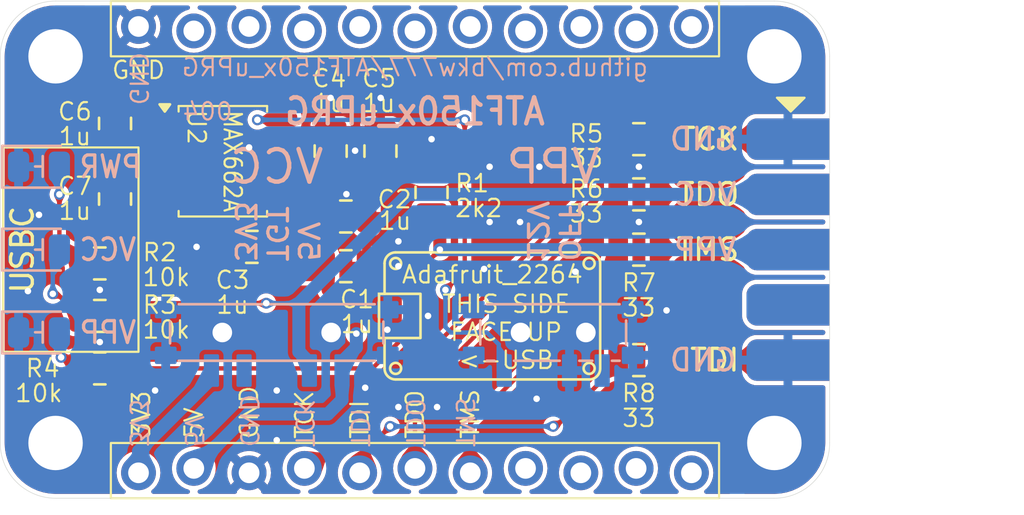
<source format=kicad_pcb>
(kicad_pcb (version 20240108) (generator "pcbnew") (generator_version "8.0")
  (title_block (title "ATF150x_uPRG") (date "2024-07-04") (rev "004") (company "Brian K. White") (comment 1 "CC-BY-SA") (comment 2 "github.com/bkw777/ATF150x_uPRG"))
  (layers (0 "F.Cu" signal) (31 "B.Cu" signal) (34 "B.Paste" user) (35 "F.Paste" user) (36 "B.SilkS" user "B.Silkscreen") (37 "F.SilkS" user "F.Silkscreen") (38 "B.Mask" user) (39 "F.Mask" user) (44 "Edge.Cuts" user))
  (net 0 "")
  (net 1 "Net-(C7-Pad1)")
  (net 2 "Net-(C7-Pad2)")
  (net 5 "+5V")
  (net 6 "GND")
  (net 18 "+12V")
  (net 20 "+3V3")
  (net 21 "Net-(SW2-A)")
  (net 22 "Net-(LED1-A)")
  (net 23 "Net-(LED2-A)")
  (net 24 "Net-(LED3-A)")
  (net 25 "VCC")
  (net 26 "Net-(C6-Pad2)")
  (net 27 "Net-(C6-Pad1)")
  (net 28 "VPP")
  (net 33 "/TDI")
  (net 34 "/TDO")
  (net 35 "/TCK")
  (net 36 "/TMS")
  (net 37 "Net-(J2-TMS)")
  (net 38 "Net-(J2-TCK)")
  (net 39 "Net-(J2-TDO)")
  (net 40 "Net-(J2-TDI)")
  (footprint "000_LOCAL:R_0805" (layer "F.Cu") (at 131.572 95.885)
    (property "Reference" "R2" (at 1.905 -0.508 0) (layer "F.SilkS") (effects (font (size 0.8 0.8) (thickness 0.1)) (justify left)))
    (property "Value" "10k" (at 1.905 0.635 0) (layer "F.SilkS") (effects (font (size 0.8 0.8) (thickness 0.1)) (justify left)))
    (fp_line (start -0.261252 -0.735) (end 0.261252 -0.735) (stroke (width 0.12)) (layer "F.SilkS"))
    (fp_line (start -0.261252 0.735) (end 0.261252 0.735) (stroke (width 0.12)) (layer "F.SilkS"))
    (pad "1" smd roundrect (at -0.95 0) (size 0.9 1.45) (layers "F.Cu" "F.Paste" "F.Mask") (net 22 "Net-(LED1-A)"))
    (pad "2" smd roundrect (at 0.95 0) (size 0.9 1.45) (layers "F.Cu" "F.Paste" "F.Mask") (net 5 "+5V"))
  )
  (footprint "000_LOCAL:C_0805" (layer "F.Cu") (at 142.875 96.012)
    (property "Reference" "C1" (at 0.508 1.524 0) (layer "F.SilkS") (effects (font (size 0.8 0.8) (thickness 0.1))))
    (property "Value" "1u" (at 0.508 2.667 0) (layer "F.SilkS") (effects (font (size 0.8 0.8) (thickness 0.1))))
    (fp_line (start -0.261253 -0.735) (end 0.261253 -0.735) (stroke (width 0.12)) (layer "F.SilkS"))
    (fp_line (start -0.261253 0.735) (end 0.261253 0.735) (stroke (width 0.12)) (layer "F.SilkS"))
    (pad "1" smd roundrect (at -0.949999 0) (size 0.9 1.45) (layers "F.Cu" "F.Paste" "F.Mask") (net 5 "+5V"))
    (pad "2" smd roundrect (at 0.949999 0) (size 0.9 1.45) (layers "F.Cu" "F.Paste" "F.Mask") (net 6 "GND"))
  )
  (footprint "000_LOCAL:Fiducial_0.5_1.0" (layer "F.Cu") (at 160.85 84.6)
    (property "Reference" "REF**" (hide yes))
    (property "Value" "Fiducial_0.5_1.0" (hide yes))
    (pad "" smd circle (at 0 0) (size 0.5 0.5) (layers "F.Cu" "F.Mask") (clearance 0.25))
  )
  (footprint "000_LOCAL:SOIC-8" (layer "F.Cu") (at 137.225 91.186)
    (property "Reference" "U2" (at -1.208 -2.427 -90) (layer "F.SilkS") (effects (font (size 0.8 0.8) (thickness 0.1)) (justify left)))
    (property "Value" "MAX662A" (at 0.443 0 -90) (layer "F.SilkS") (effects (font (size 0.8 0.7) (thickness 0.1))))
    (fp_line (start -2.032 -2.54) (end 2.032 -2.54) (stroke (width 0.1)) (layer "F.SilkS"))
    (fp_line (start -2.032 -2.286) (end -2.032 -2.54) (stroke (width 0.1)) (layer "F.SilkS"))
    (fp_line (start -2.032 2.54) (end -2.032 2.286) (stroke (width 0.1)) (layer "F.SilkS"))
    (fp_line (start 2.032 -2.54) (end 2.032 -2.286) (stroke (width 0.1)) (layer "F.SilkS"))
    (fp_line (start 2.032 2.286) (end 2.032 2.54) (stroke (width 0.1)) (layer "F.SilkS"))
    (fp_line (start 2.032 2.54) (end -2.032 2.54) (stroke (width 0.1)) (layer "F.SilkS"))
    (fp_poly (pts (xy -2.667 -2.286) (xy -2.907 -2.616) (xy -2.427 -2.616) (xy -2.667 -2.286)) (stroke (width 0.12)) (fill solid) (layer "F.SilkS"))
    (pad "1" smd roundrect (at -2.667 -1.905) (size 1.5 0.6) (layers "F.Cu" "F.Paste" "F.Mask") (net 27 "Net-(C6-Pad1)"))
    (pad "2" smd roundrect (at -2.667 -0.635) (size 1.5 0.6) (layers "F.Cu" "F.Paste" "F.Mask") (net 26 "Net-(C6-Pad2)"))
    (pad "3" smd roundrect (at -2.667 0.635) (size 1.5 0.6) (layers "F.Cu" "F.Paste" "F.Mask") (net 1 "Net-(C7-Pad1)"))
    (pad "4" smd roundrect (at -2.667 1.905) (size 1.5 0.6) (layers "F.Cu" "F.Paste" "F.Mask") (net 2 "Net-(C7-Pad2)"))
    (pad "5" smd roundrect (at 2.667 1.905) (size 1.5 0.6) (layers "F.Cu" "F.Paste" "F.Mask") (net 5 "+5V"))
    (pad "6" smd roundrect (at 2.667 0.635) (size 1.5 0.6) (layers "F.Cu" "F.Paste" "F.Mask") (net 18 "+12V"))
    (pad "7" smd roundrect (at 2.667 -0.635) (size 1.5 0.6) (layers "F.Cu" "F.Paste" "F.Mask") (net 6 "GND"))
    (pad "8" smd roundrect (at 2.667 -1.905) (size 1.5 0.6) (layers "F.Cu" "F.Paste" "F.Mask") (net 21 "Net-(SW2-A)"))
  )
  (footprint "000_LOCAL:Fiducial_0.5_1.0" (layer "F.Cu") (at 131.25 84.6)
    (property "Reference" "REF**" (hide yes))
    (property "Value" "Fiducial_0.5_1.0" (hide yes))
    (pad "" smd circle (at 0 0) (size 0.5 0.5) (layers "F.Cu" "F.Mask") (clearance 0.25))
  )
  (footprint "000_LOCAL:C_0805" (layer "F.Cu") (at 142.177998 90.7186 90)
    (property "Reference" "C4" (at 3.3426 -0.064998 0) (layer "F.SilkS") (effects (font (size 0.8 0.8) (thickness 0.1))))
    (property "Value" "1u" (at 2.1996 -0.064998 0) (layer "F.SilkS") (effects (font (size 0.8 0.8) (thickness 0.1))))
    (fp_line (start -0.261253 -0.735) (end 0.261253 -0.735) (stroke (width 0.12)) (layer "F.SilkS"))
    (fp_line (start -0.261253 0.735) (end 0.261253 0.735) (stroke (width 0.12)) (layer "F.SilkS"))
    (pad "1" smd roundrect (at -0.949999 0 90) (size 0.9 1.45) (layers "F.Cu" "F.Paste" "F.Mask") (net 18 "+12V"))
    (pad "2" smd roundrect (at 0.949999 0 90) (size 0.9 1.45) (layers "F.Cu" "F.Paste" "F.Mask") (net 6 "GND"))
  )
  (footprint "000_LOCAL:IDC-Header_2x05_P2.54mm pcb-edge" (layer "F.Cu") (at 165.09 95.25)
    (property "Reference" "J2" (hide yes))
    (property "Value" "Altera JTAG-A+VPP")
    (fp_poly (pts (xy -1.778 -6.35) (xy -2.413 -6.985) (xy -1.143 -6.985)) (stroke (width 0.1)) (fill solid) (layer "F.SilkS"))
    (pad "1" connect roundrect (at -1.905 -5.08) (size 3.81 1.905) (layers "F.Cu" "F.Mask") (chamfer_ratio 0) (chamfer top_right bottom_right) (net 38 "Net-(J2-TCK)"))
    (pad "2" connect roundrect (at -1.905 -5.08) (size 3.81 1.905) (layers "B.Cu" "B.Mask") (chamfer_ratio 0) (chamfer top_right bottom_right) (net 6 "GND"))
    (pad "3" connect roundrect (at -1.905 -2.54) (size 3.81 1.905) (layers "F.Cu" "F.Mask") (chamfer_ratio 0) (chamfer top_right bottom_right) (net 39 "Net-(J2-TDO)"))
    (pad "4" connect roundrect (at -1.905 -2.54) (size 3.81 1.905) (layers "B.Cu" "B.Mask") (chamfer_ratio 0) (chamfer top_right bottom_right) (net 25 "VCC"))
    (pad "5" connect roundrect (at -1.905 0) (size 3.81 1.905) (layers "F.Cu" "F.Mask") (chamfer_ratio 0) (chamfer top_right bottom_right) (net 37 "Net-(J2-TMS)"))
    (pad "6" connect roundrect (at -1.905 0) (size 3.81 1.905) (layers "B.Cu" "B.Mask") (chamfer_ratio 0) (chamfer top_right bottom_right) (net 28 "VPP"))
    (pad "7" connect roundrect (at -1.905 2.54) (size 3.81 1.905) (layers "F.Cu" "F.Mask") (chamfer_ratio 0) (chamfer top_right bottom_right))
    (pad "8" connect roundrect (at -1.905 2.54) (size 3.81 1.905) (layers "B.Cu" "B.Mask") (chamfer_ratio 0) (chamfer top_right bottom_right))
    (pad "9" connect roundrect (at -1.905 5.08) (size 3.81 1.905) (layers "F.Cu" "F.Mask") (chamfer_ratio 0) (chamfer top_right bottom_right) (net 40 "Net-(J2-TDI)"))
    (pad "10" connect roundrect (at -1.905 5.08) (size 3.81 1.905) (layers "B.Cu" "B.Mask") (chamfer_ratio 0) (chamfer top_right bottom_right) (net 6 "GND"))
  )
  (footprint "000_LOCAL:R_0805" (layer "F.Cu") (at 146.812 92.618597 90)
    (property "Reference" "R1" (at 0.416597 1.016 0) (layer "F.SilkS") (effects (font (size 0.8 0.8) (thickness 0.1)) (justify left)))
    (property "Value" "2k2" (at -0.726403 1.016 0) (layer "F.SilkS") (effects (font (size 0.8 0.8) (thickness 0.1)) (justify left)))
    (fp_line (start -0.261253 -0.735) (end 0.261253 -0.735) (stroke (width 0.12)) (layer "F.SilkS"))
    (fp_line (start -0.261253 0.735) (end 0.261253 0.735) (stroke (width 0.12)) (layer "F.SilkS"))
    (pad "1" smd roundrect (at -0.949999 0 90) (size 0.9 1.45) (layers "F.Cu" "F.Paste" "F.Mask") (net 28 "VPP"))
    (pad "2" smd roundrect (at 0.949999 0 90) (size 0.9 1.45) (layers "F.Cu" "F.Paste" "F.Mask") (net 18 "+12V"))
  )
  (footprint "000_LOCAL:R_0805" (layer "F.Cu") (at 156.337 90.17 180)
    (property "Reference" "R5" (at 2.413 0.254 0) (layer "F.SilkS") (effects (font (size 0.8 0.8) (thickness 0.1))))
    (property "Value" "33" (at 2.413 -0.889 0) (layer "F.SilkS") (effects (font (size 0.8 0.8) (thickness 0.1))))
    (fp_line (start -0.261253 0.735) (end 0.261253 0.735) (stroke (width 0.12)) (layer "F.SilkS"))
    (fp_line (start -0.261253 -0.735) (end 0.261253 -0.735) (stroke (width 0.12)) (layer "F.SilkS"))
    (pad "1" smd roundrect (at -0.949999 0 180) (size 0.9 1.45) (layers "F.Cu" "F.Paste" "F.Mask") (net 38 "Net-(J2-TCK)"))
    (pad "2" smd roundrect (at 0.949999 0 180) (size 0.9 1.45) (layers "F.Cu" "F.Paste" "F.Mask") (net 35 "/TCK"))
  )
  (footprint "000_LOCAL:Adafruit_2264" (layer "F.Cu") (at 146.05 95.251)
    (property "Reference" "J1" (hide yes))
    (property "Value" "Adafruit_2264" (at 3.556 1.143 0) (layer "F.SilkS") (effects (font (size 0.8 0.8) (thickness 0.1))))
    (fp_rect (start -13.97 -11.43) (end 13.97 -8.89) (stroke (width 0.1)) (fill none) (layer "F.SilkS"))
    (fp_rect (start -13.97 8.89) (end 13.97 11.43) (stroke (width 0.1)) (fill none) (layer "F.SilkS"))
    (fp_line (start -19.05 -8.89) (end -19.05 8.89) (stroke (width 0.0254)) (layer "Edge.Cuts"))
    (fp_line (start -16.51 11.43) (end 16.51 11.43) (stroke (width 0.0254)) (layer "Edge.Cuts"))
    (fp_line (start 16.51 -11.43) (end -16.51 -11.43) (stroke (width 0.0254)) (layer "Edge.Cuts"))
    (fp_line (start 19.05 8.89) (end 19.05 -8.89) (stroke (width 0.0254)) (layer "Edge.Cuts"))
    (fp_arc (start -19.05 -8.89) (mid -18.306051 -10.686051) (end -16.51 -11.43) (stroke (width 0.0254)) (layer "Edge.Cuts"))
    (fp_arc (start -16.51 11.43) (mid -18.306051 10.686051) (end -19.05 8.89) (stroke (width 0.0254)) (layer "Edge.Cuts"))
    (fp_arc (start 16.51 -11.43) (mid 18.306051 -10.686051) (end 19.05 -8.89) (stroke (width 0.0254)) (layer "Edge.Cuts"))
    (fp_arc (start 19.05 8.89) (mid 18.306051 10.686051) (end 16.51 11.43) (stroke (width 0.0254)) (layer "Edge.Cuts"))
    (pad "1" thru_hole circle (at -12.7 10.2616) (size 1.6 1.6) (drill 0.95) (layers "*.Cu" "*.Mask") (net 20 "+3V3"))
    (pad "2" thru_hole circle (at -10.16 10.0584) (size 1.6 1.6) (drill 0.95) (layers "*.Cu" "*.Mask") (net 5 "+5V"))
    (pad "3" thru_hole circle (at -7.62 10.2616) (size 1.6 1.6) (drill 0.95) (layers "*.Cu" "*.Mask") (net 6 "GND"))
    (pad "4" thru_hole circle (at -5.08 10.0584) (size 1.6 1.6) (drill 0.95) (layers "*.Cu" "*.Mask") (net 35 "/TCK"))
    (pad "5" thru_hole circle (at -2.54 10.2616) (size 1.6 1.6) (drill 0.95) (layers "*.Cu" "*.Mask") (net 33 "/TDI"))
    (pad "6" thru_hole circle (at 0 10.0584) (size 1.6 1.6) (drill 0.95) (layers "*.Cu" "*.Mask") (net 34 "/TDO"))
    (pad "7" thru_hole circle (at 2.54 10.2616) (size 1.6 1.6) (drill 0.95) (layers "*.Cu" "*.Mask") (net 36 "/TMS"))
    (pad "8" thru_hole circle (at 5.08 10.0584) (size 1.6 1.6) (drill 0.95) (layers "*.Cu" "*.Mask"))
    (pad "9" thru_hole circle (at 7.62 10.2616) (size 1.6 1.6) (drill 0.95) (layers "*.Cu" "*.Mask"))
    (pad "10" thru_hole circle (at 10.16 10.0584) (size 1.6 1.6) (drill 0.95) (layers "*.Cu" "*.Mask"))
    (pad "11" thru_hole circle (at 12.7 10.2616) (size 1.6 1.6) (drill 0.95) (layers "*.Cu" "*.Mask"))
    (pad "12" thru_hole circle (at 12.7 -10.2616) (size 1.6 1.6) (drill 0.95) (layers "*.Cu" "*.Mask"))
    (pad "13" thru_hole circle (at 10.16 -10.0584) (size 1.6 1.6) (drill 0.95) (layers "*.Cu" "*.Mask"))
    (pad "14" thru_hole circle (at 7.62 -10.2616) (size 1.6 1.6) (drill 0.95) (layers "*.Cu" "*.Mask"))
    (pad "15" thru_hole circle (at 5.08 -10.0584) (size 1.6 1.6) (drill 0.95) (layers "*.Cu" "*.Mask"))
    (pad "16" thru_hole circle (at 2.54 -10.2616) (size 1.6 1.6) (drill 0.95) (layers "*.Cu" "*.Mask"))
    (pad "17" thru_hole circle (at 0 -10.0584) (size 1.6 1.6) (drill 0.95) (layers "*.Cu" "*.Mask"))
    (pad "18" thru_hole circle (at -2.54 -10.2616) (size 1.6 1.6) (drill 0.95) (layers "*.Cu" "*.Mask"))
    (pad "19" thru_hole circle (at -5.08 -10.0584) (size 1.6 1.6) (drill 0.95) (layers "*.Cu" "*.Mask"))
    (pad "20" thru_hole circle (at -7.62 -10.2616) (size 1.6 1.6) (drill 0.95) (layers "*.Cu" "*.Mask"))
    (pad "21" thru_hole circle (at -10.16 -10.0584) (size 1.6 1.6) (drill 0.95) (layers "*.Cu" "*.Mask"))
    (pad "22" thru_hole circle (at -12.7 -10.2616) (size 1.6 1.6) (drill 0.95) (layers "*.Cu" "*.Mask") (net 6 "GND"))
    (pad "M" thru_hole circle (at -16.51 -8.89) (size 3.2 3.2) (drill 2.5) (layers "*.Cu" "*.Mask") (net 6 "GND"))
    (pad "M" thru_hole circle (at -16.51 8.89) (size 3.2 3.2) (drill 2.5) (layers "*.Cu" "*.Mask") (net 6 "GND"))
    (pad "M" thru_hole circle (at 16.51 -8.89) (size 3.2 3.2) (drill 2.5) (layers "*.Cu" "*.Mask") (net 6 "GND"))
    (pad "M" thru_hole circle (at 16.51 8.89) (size 3.2 3.2) (drill 2.5) (layers "*.Cu" "*.Mask") (net 6 "GND"))
  )
  (footprint "000_LOCAL:R_0805" (layer "F.Cu") (at 131.572 100.711)
    (property "Reference" "R4" (at -1.778 0 0) (layer "F.SilkS") (effects (font (size 0.8 0.8) (thickness 0.1)) (justify right)))
    (property "Value" "10k" (at -1.651 1.143 0) (layer "F.SilkS") (effects (font (size 0.8 0.8) (thickness 0.1)) (justify right)))
    (fp_line (start -0.261253 -0.735) (end 0.261253 -0.735) (stroke (width 0.12)) (layer "F.SilkS"))
    (fp_line (start -0.261253 0.735) (end 0.261253 0.735) (stroke (width 0.12)) (layer "F.SilkS"))
    (pad "1" smd roundrect (at -0.949999 0) (size 0.9 1.45) (layers "F.Cu" "F.Paste" "F.Mask") (net 24 "Net-(LED3-A)"))
    (pad "2" smd roundrect (at 0.949999 0) (size 0.9 1.45) (layers "F.Cu" "F.Paste" "F.Mask") (net 28 "VPP"))
  )
  (footprint "000_LOCAL:C_0805" (layer "F.Cu") (at 132.271997 89.448602 -90)
    (property "Reference" "C6" (at -0.548602 1.842997 0) (layer "F.SilkS") (effects (font (size 0.8 0.8) (thickness 0.1))))
    (property "Value" "1u" (at 0.594398 1.842997 0) (layer "F.SilkS") (effects (font (size 0.8 0.8) (thickness 0.1))))
    (fp_line (start -0.261253 0.735) (end 0.261253 0.735) (stroke (width 0.12)) (layer "F.SilkS"))
    (fp_line (start -0.261253 -0.735) (end 0.261253 -0.735) (stroke (width 0.12)) (layer "F.SilkS"))
    (pad "1" smd roundrect (at -0.949999 0 270) (size 0.9 1.45) (layers "F.Cu" "F.Paste" "F.Mask") (net 27 "Net-(C6-Pad1)"))
    (pad "2" smd roundrect (at 0.949999 0 270) (size 0.9 1.45) (layers "F.Cu" "F.Paste" "F.Mask") (net 26 "Net-(C6-Pad2)"))
  )
  (footprint "000_LOCAL:C_0805" (layer "F.Cu") (at 132.271997 92.923401 -90)
    (property "Reference" "C7" (at -0.594401 1.842997 0) (layer "F.SilkS") (effects (font (size 0.8 0.8) (thickness 0.1))))
    (property "Value" "1u" (at 0.548599 1.842997 0) (layer "F.SilkS") (effects (font (size 0.8 0.8) (thickness 0.1))))
    (fp_line (start -0.261253 0.735) (end 0.261253 0.735) (stroke (width 0.12)) (layer "F.SilkS"))
    (fp_line (start -0.261253 -0.735) (end 0.261253 -0.735) (stroke (width 0.12)) (layer "F.SilkS"))
    (pad "1" smd roundrect (at -0.949999 0 270) (size 0.9 1.45) (layers "F.Cu" "F.Paste" "F.Mask") (net 1 "Net-(C7-Pad1)"))
    (pad "2" smd roundrect (at 0.949999 0 270) (size 0.9 1.45) (layers "F.Cu" "F.Paste" "F.Mask") (net 2 "Net-(C7-Pad2)"))
  )
  (footprint "000_LOCAL:R_0805" (layer "F.Cu") (at 156.337 92.71 180)
    (property "Reference" "R6" (at 2.413 0.254 0) (layer "F.SilkS") (effects (font (size 0.8 0.8) (thickness 0.1))))
    (property "Value" "33" (at 2.413 -0.889 0) (layer "F.SilkS") (effects (font (size 0.8 0.8) (thickness 0.1))))
    (fp_line (start -0.261253 0.735) (end 0.261253 0.735) (stroke (width 0.12)) (layer "F.SilkS"))
    (fp_line (start -0.261253 -0.735) (end 0.261253 -0.735) (stroke (width 0.12)) (layer "F.SilkS"))
    (pad "1" smd roundrect (at -0.949999 0 180) (size 0.9 1.45) (layers "F.Cu" "F.Paste" "F.Mask") (net 39 "Net-(J2-TDO)"))
    (pad "2" smd roundrect (at 0.949999 0 180) (size 0.9 1.45) (layers "F.Cu" "F.Paste" "F.Mask") (net 34 "/TDO"))
  )
  (footprint "000_LOCAL:Fiducial_0.5_1.0" (layer "F.Cu") (at 160.85 105.9)
    (property "Reference" "REF**" (hide yes))
    (property "Value" "Fiducial_0.5_1.0" (hide yes))
    (pad "" smd circle (at 0 0) (size 0.5 0.5) (layers "F.Cu" "F.Mask") (clearance 0.25))
  )
  (footprint "000_LOCAL:R_0805" (layer "F.Cu") (at 156.337 95.25 180)
    (property "Reference" "R7" (at 0 -1.524 0) (layer "F.SilkS") (effects (font (size 0.8 0.8) (thickness 0.1))))
    (property "Value" "33" (at 0 -2.667 0) (layer "F.SilkS") (effects (font (size 0.8 0.8) (thickness 0.1))))
    (fp_line (start -0.261253 0.735) (end 0.261253 0.735) (stroke (width 0.12)) (layer "F.SilkS"))
    (fp_line (start -0.261253 -0.735) (end 0.261253 -0.735) (stroke (width 0.12)) (layer "F.SilkS"))
    (pad "1" smd roundrect (at -0.949999 0 180) (size 0.9 1.45) (layers "F.Cu" "F.Paste" "F.Mask") (net 37 "Net-(J2-TMS)"))
    (pad "2" smd roundrect (at 0.949999 0 180) (size 0.9 1.45) (layers "F.Cu" "F.Paste" "F.Mask") (net 36 "/TMS"))
  )
  (footprint "000_LOCAL:C_0805" (layer "F.Cu") (at 144.464998 90.718599 90)
    (property "Reference" "C5" (at 3.342599 -0.064998 0) (layer "F.SilkS") (effects (font (size 0.8 0.8) (thickness 0.1))))
    (property "Value" "1u" (at 2.199599 -0.064998 0) (layer "F.SilkS") (effects (font (size 0.8 0.8) (thickness 0.1))))
    (fp_line (start -0.261253 -0.735) (end 0.261253 -0.735) (stroke (width 0.12)) (layer "F.SilkS"))
    (fp_line (start -0.261253 0.735) (end 0.261253 0.735) (stroke (width 0.12)) (layer "F.SilkS"))
    (pad "1" smd roundrect (at -0.949999 0 90) (size 0.9 1.45) (layers "F.Cu" "F.Paste" "F.Mask") (net 18 "+12V"))
    (pad "2" smd roundrect (at 0.949999 0 90) (size 0.9 1.45) (layers "F.Cu" "F.Paste" "F.Mask") (net 6 "GND"))
  )
  (footprint "000_LOCAL:C_0805" (layer "F.Cu") (at 142.875 93.726)
    (property "Reference" "C2" (at 2.2352 -0.7874 0) (layer "F.SilkS") (effects (font (size 0.8 0.8) (thickness 0.1))))
    (property "Value" "1u" (at 2.2606 0.2032 0) (layer "F.SilkS") (effects (font (size 0.8 0.8) (thickness 0.1))))
    (fp_line (start -0.261253 -0.735) (end 0.261253 -0.735) (stroke (width 0.12)) (layer "F.SilkS"))
    (fp_line (start -0.261253 0.735) (end 0.261253 0.735) (stroke (width 0.12)) (layer "F.SilkS"))
    (pad "1" smd roundrect (at -0.949999 0) (size 0.9 1.45) (layers "F.Cu" "F.Paste" "F.Mask") (net 5 "+5V"))
    (pad "2" smd roundrect (at 0.949999 0) (size 0.9 1.45) (layers "F.Cu" "F.Paste" "F.Mask") (net 6 "GND"))
  )
  (footprint "000_LOCAL:R_0805" (layer "F.Cu") (at 156.337 100.33 180)
    (property "Reference" "R8" (at 0 -1.524 0) (layer "F.SilkS") (effects (font (size 0.8 0.8) (thickness 0.1))))
    (property "Value" "33" (at 0 -2.667 0) (layer "F.SilkS") (effects (font (size 0.8 0.8) (thickness 0.1))))
    (fp_line (start -0.261253 0.735) (end 0.261253 0.735) (stroke (width 0.12)) (layer "F.SilkS"))
    (fp_line (start -0.261253 -0.735) (end 0.261253 -0.735) (stroke (width 0.12)) (layer "F.SilkS"))
    (pad "1" smd roundrect (at -0.949999 0 180) (size 0.9 1.45) (layers "F.Cu" "F.Paste" "F.Mask") (net 40 "Net-(J2-TDI)"))
    (pad "2" smd roundrect (at 0.949999 0 180) (size 0.9 1.45) (layers "F.Cu" "F.Paste" "F.Mask") (net 33 "/TDI"))
  )
  (footprint "000_LOCAL:C_0805" (layer "F.Cu") (at 138.557 95.123 180)
    (property "Reference" "C3" (at 0.889 -1.524 0) (layer "F.SilkS") (effects (font (size 0.8 0.8) (thickness 0.1))))
    (property "Value" "1u" (at 0.889 -2.667 0) (layer "F.SilkS") (effects (font (size 0.8 0.8) (thickness 0.1))))
    (fp_line (start -0.261253 0.735) (end 0.261253 0.735) (stroke (width 0.12)) (layer "F.SilkS"))
    (fp_line (start -0.261253 -0.735) (end 0.261253 -0.735) (stroke (width 0.12)) (layer "F.SilkS"))
    (pad "1" smd roundrect (at -0.949999 0 180) (size 0.9 1.45) (layers "F.Cu" "F.Paste" "F.Mask") (net 5 "+5V"))
    (pad "2" smd roundrect (at 0.949999 0 180) (size 0.9 1.45) (layers "F.Cu" "F.Paste" "F.Mask") (net 6 "GND"))
  )
  (footprint "000_LOCAL:R_0805" (layer "F.Cu") (at 131.572 98.298)
    (property "Reference" "R3" (at 1.905 -0.508 0) (layer "F.SilkS") (effects (font (size 0.8 0.8) (thickness 0.1)) (justify left)))
    (property "Value" "10k" (at 1.905 0.635 0) (layer "F.SilkS") (effects (font (size 0.8 0.8) (thickness 0.1)) (justify left)))
    (fp_line (start -0.261252 -0.735) (end 0.261252 -0.735) (stroke (width 0.12)) (layer "F.SilkS"))
    (fp_line (start -0.261252 0.735) (end 0.261252 0.735) (stroke (width 0.12)) (layer "F.SilkS"))
    (pad "1" smd roundrect (at -0.95 0) (size 0.9 1.45) (layers "F.Cu" "F.Paste" "F.Mask") (net 23 "Net-(LED2-A)"))
    (pad "2" smd roundrect (at 0.95 0) (size 0.9 1.45) (layers "F.Cu" "F.Paste" "F.Mask") (net 25 "VCC"))
  )
  (footprint "000_LOCAL:CUS-13B pth" (layer "B.Cu") (at 139.7 99.06)
    (property "Reference" "SW1" (hide yes))
    (property "Value" "VCC" (at 0 -7.62 0) (layer "B.SilkS") (effects (font (size 1.5 1.5) (thickness 0.2)) (justify mirror)))
    (fp_line (start -4.9 -0.5) (end -4.9 0.5) (stroke (width 0.12)) (layer "B.SilkS"))
    (fp_line (start -4.5 1.3) (end 4.5 1.3) (stroke (width 0.12)) (layer "B.SilkS"))
    (fp_line (start 4.5 -1.3) (end -4.5 -1.3) (stroke (width 0.12)) (layer "B.SilkS"))
    (fp_line (start 4.9 0.5) (end 4.9 -0.5) (stroke (width 0.12)) (layer "B.SilkS"))
    (pad "1" smd roundrect (at -2.999999 1.75006) (size 0.7 1.5) (layers "B.Cu" "B.Paste" "B.Mask") (roundrect_rratio 0.1) (net 20 "+3V3"))
    (pad "2" smd roundrect (at -1.5 1.75006) (size 0.7 1.5) (layers "B.Cu" "B.Paste" "B.Mask") (roundrect_rratio 0.1))
    (pad "3" smd roundrect (at 1.5 1.75006) (size 0.7 1.5) (layers "B.Cu" "B.Paste" "B.Mask") (roundrect_rratio 0.1) (net 25 "VCC"))
    (pad "4" smd roundrect (at 2.999999 1.75006) (size 0.7 1.5) (layers "B.Cu" "B.Paste" "B.Mask") (roundrect_rratio 0.1) (net 5 "+5V"))
    (pad "M" thru_hole circle (at -2.5 0) (size 0.9 0.9) (drill 0.9) (layers "*.Cu" "*.Mask") (net 6 "GND"))
    (pad "M" thru_hole circle (at 2.5 0) (size 0.9 0.9) (drill 0.9) (layers "*.Cu" "*.Mask") (net 6 "GND"))
    (pad "S" smd roundrect (at -5.1 -1.04994) (size 1 0.8) (layers "B.Cu" "B.Paste" "B.Mask") (roundrect_rratio 0.1) (net 6 "GND"))
    (pad "S" smd roundrect (at -5.1 1.050059) (size 1 0.8) (layers "B.Cu" "B.Paste" "B.Mask") (roundrect_rratio 0.1) (net 6 "GND"))
    (pad "S" smd roundrect (at 5.1 -1.04994) (size 1 0.8) (layers "B.Cu" "B.Paste" "B.Mask") (roundrect_rratio 0.1) (net 6 "GND"))
    (pad "S" smd roundrect (at 5.1 1.050059) (size 1 0.8) (layers "B.Cu" "B.Paste" "B.Mask") (roundrect_rratio 0.1) (net 6 "GND"))
  )
  (footprint "000_LOCAL:LED_0805" (layer "B.Cu") (at 128.778 99.06)
    (property "Reference" "LED3" (hide yes))
    (property "Value" "VPP" (at 1.778 0 0) (layer "B.SilkS") (effects (font (size 1 0.9)) (justify right mirror)))
    (fp_line (start -1.685 -0.96) (end -1.685 0.96) (stroke (width 0.12)) (layer "B.SilkS"))
    (fp_line (start -1.685 0.96) (end 1 0.96) (stroke (width 0.12)) (layer "B.SilkS"))
    (fp_line (start 1 -0.96) (end -1.685 -0.96) (stroke (width 0.12)) (layer "B.SilkS"))
    (pad "1" smd roundrect (at -0.9375 0) (size 0.975 1.4) (layers "B.Cu" "B.Paste" "B.Mask") (net 6 "GND"))
    (pad "2" smd roundrect (at 0.9375 0) (size 0.975 1.4) (layers "B.Cu" "B.Paste" "B.Mask") (net 24 "Net-(LED3-A)"))
  )
  (footprint "000_LOCAL:LED_0805" (layer "B.Cu") (at 128.778 95.25)
    (property "Reference" "LED2" (hide yes))
    (property "Value" "VCC" (at 1.778 0 0) (layer "B.SilkS") (effects (font (size 1 0.9)) (justify right mirror)))
    (fp_line (start -1.685 -0.96) (end -1.685 0.96) (stroke (width 0.12)) (layer "B.SilkS"))
    (fp_line (start -1.685 0.96) (end 1 0.96) (stroke (width 0.12)) (layer "B.SilkS"))
    (fp_line (start 1 -0.96) (end -1.685 -0.96) (stroke (width 0.12)) (layer "B.SilkS"))
    (pad "1" smd roundrect (at -0.9375 0) (size 0.975 1.4) (layers "B.Cu" "B.Paste" "B.Mask") (net 6 "GND"))
    (pad "2" smd roundrect (at 0.9375 0) (size 0.975 1.4) (layers "B.Cu" "B.Paste" "B.Mask") (net 23 "Net-(LED2-A)"))
  )
  (footprint "000_LOCAL:LED_0805" (layer "B.Cu") (at 128.778 91.44)
    (property "Reference" "LED1" (hide yes))
    (property "Value" "PWR" (at 1.778 0 0) (layer "B.SilkS") (effects (font (size 1 0.9)) (justify right mirror)))
    (fp_line (start -1.685 -0.96) (end -1.685 0.96) (stroke (width 0.12)) (layer "B.SilkS"))
    (fp_line (start -1.685 0.96) (end 1 0.96) (stroke (width 0.12)) (layer "B.SilkS"))
    (fp_line (start 1 -0.96) (end -1.685 -0.96) (stroke (width 0.12)) (layer "B.SilkS"))
    (pad "1" smd roundrect (at -0.9375 0) (size 0.975 1.4) (layers "B.Cu" "B.Paste" "B.Mask") (net 6 "GND"))
    (pad "2" smd roundrect (at 0.9375 0) (size 0.975 1.4) (layers "B.Cu" "B.Paste" "B.Mask") (net 22 "Net-(LED1-A)"))
  )
  (footprint "000_LOCAL:CUS-12B pth" (layer "B.Cu") (at 152.4 99.06)
    (property "Reference" "SW2" (hide yes))
    (property "Value" "VPP" (at 0 -7.62 0) (layer "B.SilkS") (effects (font (size 1.5 1.5) (thickness 0.2)) (justify mirror)))
    (fp_line (start -3.35 -0.55) (end -3.35 0.55) (stroke (width 0.12)) (layer "B.SilkS"))
    (fp_line (start -3.05 1.3) (end -2.7 1.3) (stroke (width 0.12)) (layer "B.SilkS"))
    (fp_line (start -1.8 1.3) (end 0.3 1.3) (stroke (width 0.12)) (layer "B.SilkS"))
    (fp_line (start 1.2 1.3) (end 1.8 1.3) (stroke (width 0.12)) (layer "B.SilkS"))
    (fp_line (start 2.7 1.3) (end 3.05 1.3) (stroke (width 0.12)) (layer "B.SilkS"))
    (fp_line (start 3.05 -1.3) (end -3.05 -1.3) (stroke (width 0.12)) (layer "B.SilkS"))
    (fp_line (start 3.35 0.55) (end 3.35 -0.55) (stroke (width 0.12)) (layer "B.SilkS"))
    (pad "1" smd roundrect (at -2.25 1.75) (size 0.7 1.5) (layers "B.Cu" "B.Paste" "B.Mask") (roundrect_rratio 0.1) (net 21 "Net-(SW2-A)"))
    (pad "2" smd roundrect (at 0.75 1.75) (size 0.7 1.5) (layers "B.Cu" "B.Paste" "B.Mask") (roundrect_rratio 0.1) (net 6 "GND"))
    (pad "3" smd roundrect (at 2.25 1.75) (size 0.7 1.5) (layers "B.Cu" "B.Paste" "B.Mask") (roundrect_rratio 0.1))
    (pad "M" thru_hole circle (at -1.5 0) (size 0.9 0.9) (drill 0.9) (layers "*.Cu" "*.Mask") (net 6 "GND"))
    (pad "M" thru_hole circle (at 1.5 0) (size 0.9 0.9) (drill 0.9) (layers "*.Cu" "*.Mask") (net 6 "GND"))
    (pad "S" smd roundrect (at -3.65 -1.05) (size 1 0.8) (layers "B.Cu" "B.Paste" "B.Mask") (roundrect_rratio 0.1) (net 6 "GND"))
    (pad "S" smd roundrect (at -3.65 1.05) (size 1 0.8) (layers "B.Cu" "B.Paste" "B.Mask") (roundrect_rratio 0.1) (net 6 "GND"))
    (pad "S" smd roundrect (at 3.65 -1.05) (size 1 0.8) (layers "B.Cu" "B.Paste" "B.Mask") (roundrect_rratio 0.1) (net 6 "GND"))
    (pad "S" smd roundrect (at 3.65 1.05) (size 1 0.8) (layers "B.Cu" "B.Paste" "B.Mask") (roundrect_rratio 0.1) (net 6 "GND"))
  )
  (gr_rect (start 139.523 93.299) (end 141.986 96.397) (stroke (width 0.6)) (fill solid) (layer "F.Cu") (net 5))
  (gr_line (start 128.95 94.775) (end 128.95 95.725) (stroke (width 0.12)) (layer "B.SilkS"))
  (gr_line (start 128.95 98.575) (end 128.95 99.525) (stroke (width 0.12)) (layer "B.SilkS"))
  (gr_line (start 128.95 99.05) (end 128.6 99.05) (stroke (width 0.12)) (layer "B.SilkS"))
  (gr_line (start 128.95 91.425) (end 128.6 91.425) (stroke (width 0.12)) (layer "B.SilkS"))
  (gr_line (start 128.95 90.95) (end 128.95 91.9) (stroke (width 0.12)) (layer "B.SilkS"))
  (gr_line (start 128.95 95.25) (end 128.6 95.25) (stroke (width 0.12)) (layer "B.SilkS"))
  (gr_circle (center 154.051 95.885) (end 154.051 95.631) (stroke (width 0.12)) (fill none) (layer "F.SilkS"))
  (gr_arc (start 145.161 101.219) (mid 144.80179 101.07021) (end 144.653 100.711) (stroke (width 0.12)) (layer "F.SilkS"))
  (gr_rect (start 144.399 97.282) (end 146.304 99.314) (stroke (width 0.12)) (fill none) (layer "F.SilkS"))
  (gr_rect (start 127.127 90.551) (end 133.35 99.949) (stroke (width 0.1)) (fill none) (layer "F.SilkS"))
  (gr_arc (start 154.051 95.377) (mid 154.41021 95.52579) (end 154.559 95.885) (stroke (width 0.12)) (layer "F.SilkS"))
  (gr_circle (center 154.051 100.711) (end 154.051 100.457) (stroke (width 0.12)) (fill none) (layer "F.SilkS"))
  (gr_line (start 144.653 99.314) (end 144.653 100.711) (stroke (width 0.12)) (layer "F.SilkS"))
  (gr_arc (start 154.559 100.711) (mid 154.41021 101.07021) (end 154.051 101.219) (stroke (width 0.12)) (layer "F.SilkS"))
  (gr_line (start 154.051 95.377) (end 145.161 95.377) (stroke (width 0.12)) (layer "F.SilkS"))
  (gr_arc (start 144.653 95.885) (mid 144.80179 95.52579) (end 145.161 95.377) (stroke (width 0.12)) (layer "F.SilkS"))
  (gr_line (start 154.559 100.711) (end 154.559 95.885) (stroke (width 0.12)) (layer "F.SilkS"))
  (gr_line (start 145.161 101.219) (end 154.051 101.219) (stroke (width 0.12)) (layer "F.SilkS"))
  (gr_circle (center 145.161 95.885) (end 145.161 95.631) (stroke (width 0.12)) (fill none) (layer "F.SilkS"))
  (gr_line (start 144.653 95.885) (end 144.653 97.282) (stroke (width 0.12)) (layer "F.SilkS"))
  (gr_circle (center 145.161 100.711) (end 145.161 100.457) (stroke (width 0.12)) (fill none) (layer "F.SilkS"))
  (gr_text "GND" (at 133.35 86.106 270) (layer "B.SilkS") (effects (font (size 0.8 0.8) (thickness 0.1)) (justify right mirror)))
  (gr_text "3V3" (at 133.35 104.394 270) (layer "B.SilkS") (effects (font (size 0.8 0.8) (thickness 0.1)) (justify left mirror)))
  (gr_text "GND" (at 160.909 100.33 0) (layer "B.SilkS") (effects (font (size 1 1)) (justify left mirror)))
  (gr_text "5V" (at 135.89 104.394 270) (layer "B.SilkS") (effects (font (size 0.8 0.8) (thickness 0.1)) (justify left mirror)))
  (gr_text "TMS" (at 148.336 104.394 270) (layer "B.SilkS") (effects (font (size 0.8 0.8) (thickness 0.1)) (justify left mirror)))
  (gr_text "TDI" (at 143.51 104.394 270) (layer "B.SilkS") (effects (font (size 0.8 0.8) (thickness 0.1)) (justify left mirror)))
  (gr_text "TDO" (at 146.05 104.394 270) (layer "B.SilkS") (effects (font (size 0.8 0.8) (thickness 0.1)) (justify left mirror)))
  (gr_text "5V\nTGT\n3V3" (at 139.7 95.885 270) (layer "B.SilkS") (effects (font (size 0.9 1)) (justify left mirror)))
  (gr_text "GND" (at 160.909 90.17 0) (layer "B.SilkS") (effects (font (size 1 1)) (justify left mirror)))
  (gr_text "${COMMENT2}" (at 146.05 86.868 0) (layer "B.SilkS") (effects (font (size 0.8 0.8) (thickness 0.1)) (justify mirror)))
  (gr_text "VPP" (at 160.909 95.25 0) (layer "B.SilkS") (effects (font (size 1 1)) (justify left mirror)))
  (gr_text "GND" (at 138.43 104.394 270) (layer "B.SilkS") (effects (font (size 0.8 0.8) (thickness 0.1)) (justify left mirror)))
  (gr_text "VCC" (at 160.909 92.71 0) (layer "B.SilkS") (effects (font (size 1 1)) (justify left mirror)))
  (gr_text "TCK" (at 140.97 104.394 270) (layer "B.SilkS") (effects (font (size 0.8 0.8) (thickness 0.1)) (justify left mirror)))
  (gr_text "${REVISION}" (at 136.525 88.9 0) (layer "B.SilkS") (effects (font (size 0.8 0.8) (thickness 0.1)) (justify mirror)))
  (gr_text "OFF\n12V" (at 152.4 95.885 270) (layer "B.SilkS") (effects (font (size 0.9 1)) (justify left mirror)))
  (gr_text "${TITLE}" (at 146.05 88.9 0) (layer "B.SilkS") (effects (font (size 1.2 1.1) (thickness 0.2) (bold yes)) (justify mirror)))
  (gr_text "THIS SIDE\nFACE UP\n<-USB" (at 150.241 97.282 0) (layer "F.SilkS") (effects (font (size 0.8 0.8) (thickness 0.1)) (justify top)))
  (gr_text "5V" (at 135.89 104.013 90) (layer "F.SilkS") (effects (font (size 0.8 0.8) (thickness 0.1)) (justify left)))
  (gr_text "TDO" (at 146.05 104.013 90) (layer "F.SilkS") (effects (font (size 0.8 0.8) (thickness 0.1)) (justify left)))
  (gr_text "GND" (at 133.35 86.995 0) (layer "F.SilkS") (effects (font (size 0.8 0.8) (thickness 0.1))))
  (gr_text "TCK" (at 140.97 104.013 90) (layer "F.SilkS") (effects (font (size 0.8 0.8) (thickness 0.1)) (justify left)))
  (gr_text "USBC" (at 128.016 95.25 90) (layer "F.SilkS") (effects (font (size 1 1))))
  (gr_text "TDO" (at 161.036 92.71 0) (layer "F.SilkS") (effects (font (size 1 1)) (justify right)))
  (gr_text "TMS" (at 161.036 95.25 0) (layer "F.SilkS") (effects (font (size 1 1)) (justify right)))
  (gr_text "3V3" (at 133.477 104.013 90) (layer "F.SilkS") (effects (font (size 0.8 0.8) (thickness 0.1)) (justify left)))
  (gr_text "TCK" (at 161.036 90.17 0) (layer "F.SilkS") (effects (font (size 1 1)) (justify right)))
  (gr_text "GND" (at 138.43 104.013 90) (layer "F.SilkS") (effects (font (size 0.8 0.8) (thickness 0.1)) (justify left)))
  (gr_text "TDI" (at 143.51 104.013 90) (layer "F.SilkS") (effects (font (size 0.8 0.8) (thickness 0.1)) (justify left)))
  (gr_text "TDI" (at 161.036 100.33 0) (layer "F.SilkS") (effects (font (size 1 1)) (justify right)))
  (gr_text "TMS" (at 148.59 104.013 90) (layer "F.SilkS") (effects (font (size 0.8 0.8) (thickness 0.1)) (justify left)))
  (segment (start 134.749999 91.821) (end 132.424397 91.820999) (width 0.6) (layer "F.Cu") (net 1))
  (segment (start 132.424397 91.820999) (end 132.271997 91.973399) (width 0.6) (layer "F.Cu") (net 1))
  (segment (start 132.419397 93.726002) (end 132.271997 93.873399) (width 0.6) (layer "F.Cu") (net 2))
  (segment (start 134.749998 93.091) (end 133.922998 93.091001) (width 0.6) (layer "F.Cu") (net 2))
  (segment (start 133.922998 93.091001) (end 133.287997 93.726002) (width 0.6) (layer "F.Cu") (net 2))
  (segment (start 133.287997 93.726002) (end 132.419397 93.726002) (width 0.6) (layer "F.Cu") (net 2))
  (segment (start 138.7094 96.5708) (end 138.5062 96.774) (width 0.2) (layer "F.Cu") (net 5))
  (segment (start 135.89 96.774) (end 135.6106 96.4946) (width 0.2) (layer "F.Cu") (net 5))
  (segment (start 135.6106 96.4946) (end 132.522 96.4946) (width 0.2) (layer "F.Cu") (net 5))
  (segment (start 143.3576 99.1108) (end 143.3576 98.3996) (width 0.6) (layer "F.Cu") (net 5))
  (segment (start 140.7545 96.5708) (end 138.7094 96.5708) (width 0.2) (layer "F.Cu") (net 5))
  (segment (start 140.7545 94.848) (end 140.7545 96.5708) (width 0.2) (layer "F.Cu") (net 5))
  (segment (start 138.5062 96.774) (end 135.89 96.774) (width 0.2) (layer "F.Cu") (net 5))
  (segment (start 132.522 96.4946) (end 132.522 95.885) (width 0.2) (layer "F.Cu") (net 5))
  (segment (start 143.3576 98.3996) (end 142.0622 97.1042) (width 0.6) (layer "F.Cu") (net 5))
  (segment (start 142.0622 97.1042) (end 142.0622 96.1557) (width 0.6) (layer "F.Cu") (net 5))
  (segment (start 142.0622 96.1557) (end 140.7545 94.848) (width 0.6) (layer "F.Cu") (net 5))
  (via (at 143.3576 99.1108) (size 0.5) (drill 0.3) (layers "F.Cu" "B.Cu") (net 5))
  (segment (start 138.390399 102.809001) (end 142.046999 102.809001) (width 0.6) (layer "B.Cu") (net 5))
  (segment (start 135.89 105.3084) (end 135.891 105.3084) (width 0.6) (layer "B.Cu") (net 5))
  (segment (start 143.3576 99.1108) (end 143.3576 99.7458) (width 0.6) (layer "B.Cu") (net 5))
  (segment (start 143.3576 99.7458) (end 142.699999 100.403401) (width 0.6) (layer "B.Cu") (net 5))
  (segment (start 142.699999 100.403401) (end 142.699999 100.81006) (width 0.6) (layer "B.Cu") (net 5))
  (segment (start 138.390399 102.809001) (end 135.89 105.3094) (width 0.6) (layer "B.Cu") (net 5))
  (segment (start 142.699999 102.156001) (end 142.699999 100.81006) (width 0.6) (layer "B.Cu") (net 5))
  (segment (start 142.046999 102.809001) (end 142.699999 102.156001) (width 0.6) (layer "B.Cu") (net 5))
  (via (at 149.479 91.44) (size 0.5) (drill 0.3) (layers "F.Cu" "B.Cu") (net 6))
  (via (at 145.288 94.869) (size 0.5) (drill 0.3) (layers "F.Cu" "B.Cu") (net 6))
  (via (at 145.288 102.489) (size 0.5) (drill 0.3) (layers "F.Cu" "B.Cu") (net 6))
  (via (at 151.638 102.108) (size 0.5) (drill 0.3) (layers "F.Cu" "B.Cu") (net 6))
  (via (at 139.7 101.727) (size 0.5) (drill 0.3) (layers "F.Cu" "B.Cu") (net 6))
  (via (at 149.479 93.98) (size 0.5) (drill 0.3) (layers "F.Cu" "B.Cu") (net 6))
  (via (at 144.475 88.275) (size 0.5) (drill 0.3) (layers "F.Cu" "B.Cu") (net 6))
  (via (at 147.066 102.489) (size 0.5) (drill 0.3) (layers "F.Cu" "B.Cu") (net 6))
  (via (at 131.572 99.5) (size 0.5) (drill 0.3) (layers "F.Cu" "B.Cu") (net 6))
  (via (at 128.778 93.65) (size 0.5) (drill 0.3) (layers "F.Cu" "B.Cu") (net 6))
  (via (at 146.812 90.17) (size 0.5) (drill 0.3) (layers "F.Cu" "B.Cu") (net 6))
  (via (at 156.337 93.98) (size 0.5) (drill 0.3) (layers "F.Cu" "B.Cu") (net 6))
  (via (at 153.416 96.266) (size 0.5) (drill 0.3) (layers "F.Cu" "B.Cu") (net 6))
  (via (at 150.876 93.98) (size 0.5) (drill 0.3) (layers "F.Cu" "B.Cu") (net 6))
  (via (at 131.572 97.1) (size 0.5) (drill 0.3) (layers "F.Cu" "B.Cu") (net 6))
  (via (at 145.288 96.012) (size 0.5) (drill 0.3) (layers "F.Cu" "B.Cu") (net 6))
  (via (at 134.112 101.727) (size 0.5) (drill 0.3) (layers "F.Cu" "B.Cu") (net 6))
  (via (at 157.607 98.044) (size 0.5) (drill 0.3) (layers "F.Cu" "B.Cu") (net 6))
  (via (at 146.65 98.298) (size 0.5) (drill 0.3) (layers "F.Cu" "B.Cu") (net 6))
  (via (at 142.9 92.7) (size 0.5) (drill 0.3) (layers "F.Cu" "B.Cu") (net 6))
  (via (at 136.017 95.123) (size 0.5) (drill 0.3) (layers "F.Cu" "B.Cu") (net 6))
  (via (at 138.43 90.551) (size 0.5) (drill 0.3) (layers "F.Cu" "B.Cu") (net 6))
  (via (at 139.7 104.013) (size 0.5) (drill 0.3) (layers "F.Cu" "B.Cu") (net 6))
  (via (at 151.765 91.44) (size 0.5) (drill 0.3) (layers "F.Cu" "B.Cu") (net 6))
  (via (at 144.78 98.933) (size 0.5) (drill 0.3) (layers "F.Cu" "B.Cu") (net 6))
  (via (at 156.337 91.44) (size 0.5) (drill 0.3) (layers "F.Cu" "B.Cu") (net 6))
  (via (at 128.27 97.155) (size 0.5) (drill 0.3) (layers "F.Cu" "B.Cu") (net 6))
  (via (at 149.225 96.139) (size 0.5) (drill 0.3) (layers "F.Cu" "B.Cu") (net 6))
  (via (at 143.764 101.6) (size 0.5) (drill 0.3) (layers "F.Cu" "B.Cu") (net 6))
  (via (at 142.175 88.275) (size 0.5) (drill 0.3) (layers "F.Cu" "B.Cu") (net 6))
  (via (at 143.3 90.7) (size 0.5) (drill 0.3) (layers "F.Cu" "B.Cu") (net 6))
  (segment (start 144.464998 91.668598) (end 146.812 91.668598) (width 0.6) (layer "F.Cu") (net 18))
  (segment (start 139.699998 91.821) (end 142.0256 91.821) (width 0.6) (layer "F.Cu") (net 18))
  (segment (start 142.177998 91.668599) (end 144.463997 91.668599) (width 0.6) (layer "F.Cu") (net 18))
  (segment (start 142.0256 91.821) (end 142.177998 91.668601) (width 0.6) (layer "F.Cu") (net 18))
  (segment (start 136.700001 101.170999) (end 136.700001 100.81006) (width 0.6) (layer "B.Cu") (net 20))
  (segment (start 133.35 105.5126) (end 133.35 104.521) (width 0.6) (layer "B.Cu") (net 20))
  (segment (start 133.35 104.521) (end 136.700001 101.170999) (width 0.6) (layer "B.Cu") (net 20))
  (segment (start 139.892 89.281) (end 138.811 89.281) (width 0.2) (layer "F.Cu") (net 21))
  (segment (start 147.45 97.1) (end 148.336 96.214) (width 0.2) (layer "F.Cu") (net 21))
  (segment (start 148.336 96.214) (end 148.336 89.281) (width 0.2) (layer "F.Cu") (net 21))
  (via (at 148.336 89.281) (size 0.5) (drill 0.3) (layers "F.Cu" "B.Cu") (net 21))
  (via (at 147.45 97.1) (size 0.5) (drill 0.3) (layers "F.Cu" "B.Cu") (net 21))
  (via (at 138.811 89.281) (size 0.5) (drill 0.3) (layers "F.Cu" "B.Cu") (net 21))
  (segment (start 149.352 99.06) (end 149.9 99.608) (width 0.2) (layer "B.Cu") (net 21))
  (segment (start 147.701 99.06) (end 149.352 99.06) (width 0.2) (layer "B.Cu") (net 21))
  (segment (start 138.811 89.281) (end 148.336 89.281) (width 0.2) (layer "B.Cu") (net 21))
  (segment (start 149.9 99.608) (end 149.9 100.56) (width 0.2) (layer "B.Cu") (net 21))
  (segment (start 147.45 97.1) (end 147.45 98.809) (width 0.2) (layer "B.Cu") (net 21))
  (segment (start 149.9 100.56) (end 150.15 100.81) (width 0.2) (layer "B.Cu") (net 21))
  (segment (start 147.45 98.809) (end 147.701 99.06) (width 0.2) (layer "B.Cu") (net 21))
  (segment (start 130.622 95.622) (end 129.7155 94.7155) (width 0.2) (layer "F.Cu") (net 22))
  (segment (start 129.7155 94.7155) (end 129.7155 92.71) (width 0.2) (layer "F.Cu") (net 22))
  (segment (start 130.622 95.885) (end 130.622 95.622) (width 0.2) (layer "F.Cu") (net 22))
  (via (at 129.7155 92.71) (size 0.5) (drill 0.3) (layers "F.Cu" "B.Cu") (net 22))
  (segment (start 129.7155 92.71) (end 129.7155 91.44) (width 0.2) (layer "B.Cu") (net 22))
  (segment (start 129.9972 97.663) (end 130.2715 97.663) (width 0.2) (layer "F.Cu") (net 23))
  (segment (start 130.2715 97.663) (end 130.622 98.0135) (width 0.2) (layer "F.Cu") (net 23))
  (segment (start 130.622 98.0135) (end 130.622 98.298) (width 0.2) (layer "F.Cu") (net 23))
  (segment (start 129.413 97.282) (end 129.6162 97.282) (width 0.2) (layer "F.Cu") (net 23))
  (segment (start 129.6162 97.282) (end 129.9972 97.663) (width 0.2) (layer "F.Cu") (net 23))
  (via (at 129.413 97.282) (size 0.5) (drill 0.3) (layers "F.Cu" "B.Cu") (net 23))
  (segment (start 129.413 97.282) (end 129.413 95.5525) (width 0.2) (layer "B.Cu") (net 23))
  (segment (start 129.413 95.5525) (end 129.7155 95.25) (width 0.2) (layer "B.Cu") (net 23))
  (segment (start 129.794 100.203) (end 130.622001 100.203) (width 0.2) (layer "F.Cu") (net 24))
  (segment (start 130.622001 100.203) (end 130.622001 100.711) (width 0.2) (layer "F.Cu") (net 24))
  (via (at 129.794 100.203) (size 0.5) (drill 0.3) (layers "F.Cu" "B.Cu") (net 24))
  (segment (start 129.794 100.203) (end 129.794 99.1385) (width 0.2) (layer "B.Cu") (net 24))
  (segment (start 129.794 99.1385) (end 129.7155 99.06) (width 0.2) (layer "B.Cu") (net 24))
  (segment (start 139.2174 97.7138) (end 133.1062 97.7138) (width 0.2) (layer "F.Cu") (net 25))
  (segment (start 133.1062 97.7138) (end 132.522 98.298) (width 0.2) (layer "F.Cu") (net 25))
  (via (at 139.2174 97.7138) (size 0.5) (drill 0.3) (layers "F.Cu" "B.Cu") (net 25))
  (segment (start 140.716 97.7138) (end 145.7198 92.71) (width 0.6) (layer "B.Cu") (net 25))
  (segment (start 139.2174 97.7138) (end 140.716 97.7138) (width 0.2) (layer "B.Cu") (net 25))
  (segment (start 141.2 100.81006) (end 141.2 100.433) (width 0.6) (layer "B.Cu") (net 25))
  (segment (start 140.716 99.949) (end 140.716 97.7138) (width 0.6) (layer "B.Cu") (net 25))
  (segment (start 141.2 100.433) (end 140.716 99.949) (width 0.6) (layer "B.Cu") (net 25))
  (segment (start 145.7198 92.71) (end 163.185 92.71) (width 0.6) (layer "B.Cu") (net 25))
  (segment (start 134.749999 90.551001) (end 132.424399 90.551) (width 0.6) (layer "F.Cu") (net 26))
  (segment (start 132.424399 90.551) (end 132.271997 90.3986) (width 0.6) (layer "F.Cu") (net 26))
  (segment (start 132.470196 88.646) (end 132.271997 88.447804) (width 0.6) (layer "F.Cu") (net 27))
  (segment (start 134.749997 89.281) (end 133.922998 89.281002) (width 0.6) (layer "F.Cu") (net 27))
  (segment (start 133.922998 89.281002) (end 133.287997 88.646001) (width 0.6) (layer "F.Cu") (net 27))
  (segment (start 133.287997 88.646001) (end 132.470196 88.646) (width 0.6) (layer "F.Cu") (net 27))
  (segment (start 147.193 95.25) (end 147.193 93.949596) (width 0.6) (layer "F.Cu") (net 28))
  (segment (start 145.75 96.693) (end 145.75 99.0552) (width 0.2) (layer "F.Cu") (net 28))
  (segment (start 145.75 99.0552) (end 144.0942 100.711) (width 0.2) (layer "F.Cu") (net 28))
  (segment (start 147.193 95.25) (end 145.75 96.693) (width 0.2) (layer "F.Cu") (net 28))
  (segment (start 144.0942 100.711) (end 132.521999 100.711) (width 0.2) (layer "F.Cu") (net 28))
  (segment (start 147.193 93.949596) (end 146.812 93.568596) (width 0.6) (layer "F.Cu") (net 28))
  (via (at 147.193 95.25) (size 0.5) (drill 0.3) (layers "F.Cu" "B.Cu") (net 28))
  (segment (start 162.55 95.885) (end 163.185 95.25) (width 0.6) (layer "B.Cu") (net 28))
  (segment (start 163.185 95.25) (end 147.193 95.25) (width 0.6) (layer "B.Cu") (net 28))
  (segment (start 155.387001 100.33) (end 155.387001 100.517999) (width 0.2) (layer "F.Cu") (net 33))
  (segment (start 143.51 105.5126) (end 143.51 104.775) (width 0.2) (layer "F.Cu") (net 33))
  (segment (start 152.527 103.378) (end 152.4 103.378) (width 0.2) (layer "F.Cu") (net 33))
  (segment (start 155.387001 100.517999) (end 152.527 103.378) (width 0.2) (layer "F.Cu") (net 33))
  (segment (start 143.51 104.775) (end 144.907 103.378) (width 0.2) (layer "F.Cu") (net 33))
  (via (at 152.4 103.378) (size 0.5) (drill 0.3) (layers "F.Cu" "B.Cu") (net 33))
  (via (at 144.907 103.378) (size 0.5) (drill 0.3) (layers "F.Cu" "B.Cu") (net 33))
  (segment (start 144.907 103.378) (end 152.4 103.378) (width 0.2) (layer "B.Cu") (net 33))
  (segment (start 146.05 101.981) (end 146.05 105.3094) (width 0.2) (layer "F.Cu") (net 34))
  (segment (start 154.7114 93.3196) (end 146.05 101.981) (width 0.2) (layer "F.Cu") (net 34))
  (segment (start 155.387001 92.71) (end 155.387001 93.3196) (width 0.2) (layer "F.Cu") (net 34))
  (segment (start 155.387001 93.3196) (end 154.7114 93.3196) (width 0.2) (layer "F.Cu") (net 34))
  (segment (start 154.0764 92.5576) (end 154.0764 91.7448) (width 0.2) (layer "F.Cu") (net 35))
  (segment (start 140.971 105.3084) (end 140.97 105.3084) (width 0.2) (layer "F.Cu") (net 35))
  (segment (start 140.97 105.3094) (end 141.3246 105.3094) (width 0.2) (layer "F.Cu") (net 35))
  (segment (start 141.3246 105.3094) (end 154.0764 92.5576) (width 0.2) (layer "F.Cu") (net 35))
  (segment (start 155.387001 90.434199) (end 155.387001 90.17) (width 0.2) (layer "F.Cu") (net 35))
  (segment (start 154.0764 91.7448) (end 155.387001 90.434199) (width 0.2) (layer "F.Cu") (net 35))
  (segment (start 155.387001 95.539599) (end 152.4 98.5266) (width 0.2) (layer "F.Cu") (net 36))
  (segment (start 152.4 98.5266) (end 152.4 99.441) (width 0.2) (layer "F.Cu") (net 36))
  (segment (start 155.387001 95.25) (end 155.387001 95.539599) (width 0.2) (layer "F.Cu") (net 36))
  (segment (start 148.59 103.251) (end 148.59 105.5126) (width 0.2) (layer "F.Cu") (net 36))
  (segment (start 152.4 99.441) (end 148.59 103.251) (width 0.2) (layer "F.Cu") (net 36))
  (segment (start 157.286999 95.25) (end 163.185 95.25) (width 0.2) (layer "F.Cu") (net 37))
  (segment (start 157.286999 90.17) (end 163.185 90.17) (width 0.2) (layer "F.Cu") (net 38))
  (segment (start 157.286999 92.71) (end 163.185 92.71) (width 0.2) (layer "F.Cu") (net 39))
  (segment (start 157.286999 100.33) (end 163.185 100.33) (width 0.2) (layer "F.Cu") (net 40))
  (zone (net 6) (net_name "GND") (layers "F&B.Cu") (connect_pads (clearance 0.2032)) (min_thickness 0.2032) (fill yes (thermal_gap 0.2032) (thermal_bridge_width 0.4064) (smoothing fillet) (radius 0.1016))
    (polygon (pts (xy 165.1 106.68) (xy 127 106.68) (xy 127 83.82) (xy 165.1 83.82)))
  )
)
</source>
